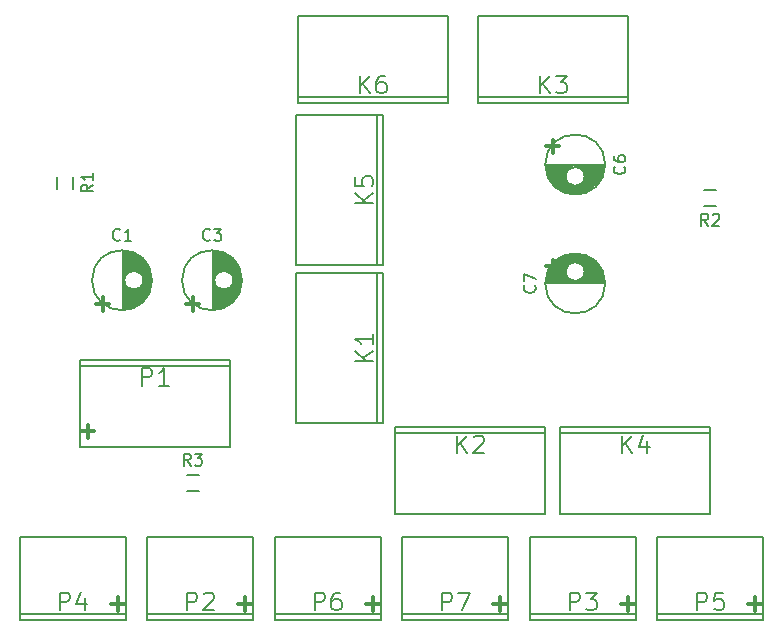
<source format=gbr>
G04 #@! TF.FileFunction,Legend,Top*
%FSLAX46Y46*%
G04 Gerber Fmt 4.6, Leading zero omitted, Abs format (unit mm)*
G04 Created by KiCad (PCBNEW (2015-05-27 BZR 5686)-product) date 2015年05月29日 星期五 17时45分10秒*
%MOMM*%
G01*
G04 APERTURE LIST*
%ADD10C,0.100000*%
%ADD11C,0.300000*%
%ADD12C,0.150000*%
G04 APERTURE END LIST*
D10*
D11*
X180403572Y-144887143D02*
X181546429Y-144887143D01*
X180975000Y-145458571D02*
X180975000Y-144315714D01*
X169608572Y-144887143D02*
X170751429Y-144887143D01*
X170180000Y-145458571D02*
X170180000Y-144315714D01*
X191198572Y-144887143D02*
X192341429Y-144887143D01*
X191770000Y-145458571D02*
X191770000Y-144315714D01*
X158813572Y-144887143D02*
X159956429Y-144887143D01*
X159385000Y-145458571D02*
X159385000Y-144315714D01*
X148018572Y-144887143D02*
X149161429Y-144887143D01*
X148590000Y-145458571D02*
X148590000Y-144315714D01*
X137223572Y-144887143D02*
X138366429Y-144887143D01*
X137795000Y-145458571D02*
X137795000Y-144315714D01*
X143573572Y-119487143D02*
X144716429Y-119487143D01*
X144145000Y-120058571D02*
X144145000Y-118915714D01*
X135953572Y-119487143D02*
X137096429Y-119487143D01*
X136525000Y-120058571D02*
X136525000Y-118915714D01*
X134683572Y-130282143D02*
X135826429Y-130282143D01*
X135255000Y-130853571D02*
X135255000Y-129710714D01*
X175196428Y-116312143D02*
X174053571Y-116312143D01*
X174625000Y-116883571D02*
X174625000Y-115740714D01*
X175196428Y-106152143D02*
X174053571Y-106152143D01*
X174625000Y-106723571D02*
X174625000Y-105580714D01*
D12*
X138235000Y-114976000D02*
X138235000Y-119974000D01*
X138375000Y-114984000D02*
X138375000Y-117321000D01*
X138375000Y-117629000D02*
X138375000Y-119966000D01*
X138515000Y-115000000D02*
X138515000Y-117002000D01*
X138515000Y-117948000D02*
X138515000Y-119950000D01*
X138655000Y-115024000D02*
X138655000Y-116855000D01*
X138655000Y-118095000D02*
X138655000Y-119926000D01*
X138795000Y-115057000D02*
X138795000Y-116763000D01*
X138795000Y-118187000D02*
X138795000Y-119893000D01*
X138935000Y-115098000D02*
X138935000Y-116707000D01*
X138935000Y-118243000D02*
X138935000Y-119852000D01*
X139075000Y-115148000D02*
X139075000Y-116680000D01*
X139075000Y-118270000D02*
X139075000Y-119802000D01*
X139215000Y-115209000D02*
X139215000Y-116677000D01*
X139215000Y-118273000D02*
X139215000Y-119741000D01*
X139355000Y-115279000D02*
X139355000Y-116699000D01*
X139355000Y-118251000D02*
X139355000Y-119671000D01*
X139495000Y-115361000D02*
X139495000Y-116749000D01*
X139495000Y-118201000D02*
X139495000Y-119589000D01*
X139635000Y-115456000D02*
X139635000Y-116831000D01*
X139635000Y-118119000D02*
X139635000Y-119494000D01*
X139775000Y-115567000D02*
X139775000Y-116963000D01*
X139775000Y-117987000D02*
X139775000Y-119383000D01*
X139915000Y-115695000D02*
X139915000Y-117210000D01*
X139915000Y-117740000D02*
X139915000Y-119255000D01*
X140055000Y-115844000D02*
X140055000Y-119106000D01*
X140195000Y-116023000D02*
X140195000Y-118927000D01*
X140335000Y-116242000D02*
X140335000Y-118708000D01*
X140475000Y-116531000D02*
X140475000Y-118419000D01*
X140615000Y-117003000D02*
X140615000Y-117947000D01*
X139960000Y-117475000D02*
G75*
G03X139960000Y-117475000I-800000J0D01*
G01*
X140697500Y-117475000D02*
G75*
G03X140697500Y-117475000I-2537500J0D01*
G01*
X145855000Y-114976000D02*
X145855000Y-119974000D01*
X145995000Y-114984000D02*
X145995000Y-117321000D01*
X145995000Y-117629000D02*
X145995000Y-119966000D01*
X146135000Y-115000000D02*
X146135000Y-117002000D01*
X146135000Y-117948000D02*
X146135000Y-119950000D01*
X146275000Y-115024000D02*
X146275000Y-116855000D01*
X146275000Y-118095000D02*
X146275000Y-119926000D01*
X146415000Y-115057000D02*
X146415000Y-116763000D01*
X146415000Y-118187000D02*
X146415000Y-119893000D01*
X146555000Y-115098000D02*
X146555000Y-116707000D01*
X146555000Y-118243000D02*
X146555000Y-119852000D01*
X146695000Y-115148000D02*
X146695000Y-116680000D01*
X146695000Y-118270000D02*
X146695000Y-119802000D01*
X146835000Y-115209000D02*
X146835000Y-116677000D01*
X146835000Y-118273000D02*
X146835000Y-119741000D01*
X146975000Y-115279000D02*
X146975000Y-116699000D01*
X146975000Y-118251000D02*
X146975000Y-119671000D01*
X147115000Y-115361000D02*
X147115000Y-116749000D01*
X147115000Y-118201000D02*
X147115000Y-119589000D01*
X147255000Y-115456000D02*
X147255000Y-116831000D01*
X147255000Y-118119000D02*
X147255000Y-119494000D01*
X147395000Y-115567000D02*
X147395000Y-116963000D01*
X147395000Y-117987000D02*
X147395000Y-119383000D01*
X147535000Y-115695000D02*
X147535000Y-117210000D01*
X147535000Y-117740000D02*
X147535000Y-119255000D01*
X147675000Y-115844000D02*
X147675000Y-119106000D01*
X147815000Y-116023000D02*
X147815000Y-118927000D01*
X147955000Y-116242000D02*
X147955000Y-118708000D01*
X148095000Y-116531000D02*
X148095000Y-118419000D01*
X148235000Y-117003000D02*
X148235000Y-117947000D01*
X147580000Y-117475000D02*
G75*
G03X147580000Y-117475000I-800000J0D01*
G01*
X148317500Y-117475000D02*
G75*
G03X148317500Y-117475000I-2537500J0D01*
G01*
X179029000Y-107755000D02*
X174031000Y-107755000D01*
X179021000Y-107895000D02*
X176684000Y-107895000D01*
X176376000Y-107895000D02*
X174039000Y-107895000D01*
X179005000Y-108035000D02*
X177003000Y-108035000D01*
X176057000Y-108035000D02*
X174055000Y-108035000D01*
X178981000Y-108175000D02*
X177150000Y-108175000D01*
X175910000Y-108175000D02*
X174079000Y-108175000D01*
X178948000Y-108315000D02*
X177242000Y-108315000D01*
X175818000Y-108315000D02*
X174112000Y-108315000D01*
X178907000Y-108455000D02*
X177298000Y-108455000D01*
X175762000Y-108455000D02*
X174153000Y-108455000D01*
X178857000Y-108595000D02*
X177325000Y-108595000D01*
X175735000Y-108595000D02*
X174203000Y-108595000D01*
X178796000Y-108735000D02*
X177328000Y-108735000D01*
X175732000Y-108735000D02*
X174264000Y-108735000D01*
X178726000Y-108875000D02*
X177306000Y-108875000D01*
X175754000Y-108875000D02*
X174334000Y-108875000D01*
X178644000Y-109015000D02*
X177256000Y-109015000D01*
X175804000Y-109015000D02*
X174416000Y-109015000D01*
X178549000Y-109155000D02*
X177174000Y-109155000D01*
X175886000Y-109155000D02*
X174511000Y-109155000D01*
X178438000Y-109295000D02*
X177042000Y-109295000D01*
X176018000Y-109295000D02*
X174622000Y-109295000D01*
X178310000Y-109435000D02*
X176795000Y-109435000D01*
X176265000Y-109435000D02*
X174750000Y-109435000D01*
X178161000Y-109575000D02*
X174899000Y-109575000D01*
X177982000Y-109715000D02*
X175078000Y-109715000D01*
X177763000Y-109855000D02*
X175297000Y-109855000D01*
X177474000Y-109995000D02*
X175586000Y-109995000D01*
X177002000Y-110135000D02*
X176058000Y-110135000D01*
X177330000Y-108680000D02*
G75*
G03X177330000Y-108680000I-800000J0D01*
G01*
X179067500Y-107680000D02*
G75*
G03X179067500Y-107680000I-2537500J0D01*
G01*
X174031000Y-117670000D02*
X179029000Y-117670000D01*
X174039000Y-117530000D02*
X176376000Y-117530000D01*
X176684000Y-117530000D02*
X179021000Y-117530000D01*
X174055000Y-117390000D02*
X176057000Y-117390000D01*
X177003000Y-117390000D02*
X179005000Y-117390000D01*
X174079000Y-117250000D02*
X175910000Y-117250000D01*
X177150000Y-117250000D02*
X178981000Y-117250000D01*
X174112000Y-117110000D02*
X175818000Y-117110000D01*
X177242000Y-117110000D02*
X178948000Y-117110000D01*
X174153000Y-116970000D02*
X175762000Y-116970000D01*
X177298000Y-116970000D02*
X178907000Y-116970000D01*
X174203000Y-116830000D02*
X175735000Y-116830000D01*
X177325000Y-116830000D02*
X178857000Y-116830000D01*
X174264000Y-116690000D02*
X175732000Y-116690000D01*
X177328000Y-116690000D02*
X178796000Y-116690000D01*
X174334000Y-116550000D02*
X175754000Y-116550000D01*
X177306000Y-116550000D02*
X178726000Y-116550000D01*
X174416000Y-116410000D02*
X175804000Y-116410000D01*
X177256000Y-116410000D02*
X178644000Y-116410000D01*
X174511000Y-116270000D02*
X175886000Y-116270000D01*
X177174000Y-116270000D02*
X178549000Y-116270000D01*
X174622000Y-116130000D02*
X176018000Y-116130000D01*
X177042000Y-116130000D02*
X178438000Y-116130000D01*
X174750000Y-115990000D02*
X176265000Y-115990000D01*
X176795000Y-115990000D02*
X178310000Y-115990000D01*
X174899000Y-115850000D02*
X178161000Y-115850000D01*
X175078000Y-115710000D02*
X177982000Y-115710000D01*
X175297000Y-115570000D02*
X177763000Y-115570000D01*
X175586000Y-115430000D02*
X177474000Y-115430000D01*
X176058000Y-115290000D02*
X177002000Y-115290000D01*
X177330000Y-116745000D02*
G75*
G03X177330000Y-116745000I-800000J0D01*
G01*
X179067500Y-117745000D02*
G75*
G03X179067500Y-117745000I-2537500J0D01*
G01*
X159766000Y-129540000D02*
X159766000Y-116840000D01*
X160274000Y-129540000D02*
X152908000Y-129540000D01*
X160274000Y-116840000D02*
X160274000Y-129540000D01*
X152908000Y-129540000D02*
X152908000Y-116840000D01*
X152908000Y-116840000D02*
X160274000Y-116840000D01*
X173990000Y-130429000D02*
X161290000Y-130429000D01*
X173990000Y-129921000D02*
X173990000Y-137287000D01*
X161290000Y-129921000D02*
X173990000Y-129921000D01*
X173990000Y-137287000D02*
X161290000Y-137287000D01*
X161290000Y-137287000D02*
X161290000Y-129921000D01*
X168275000Y-101981000D02*
X180975000Y-101981000D01*
X168275000Y-102489000D02*
X168275000Y-95123000D01*
X180975000Y-102489000D02*
X168275000Y-102489000D01*
X168275000Y-95123000D02*
X180975000Y-95123000D01*
X180975000Y-95123000D02*
X180975000Y-102489000D01*
X187960000Y-130429000D02*
X175260000Y-130429000D01*
X187960000Y-129921000D02*
X187960000Y-137287000D01*
X175260000Y-129921000D02*
X187960000Y-129921000D01*
X187960000Y-137287000D02*
X175260000Y-137287000D01*
X175260000Y-137287000D02*
X175260000Y-129921000D01*
X159766000Y-116205000D02*
X159766000Y-103505000D01*
X160274000Y-116205000D02*
X152908000Y-116205000D01*
X160274000Y-103505000D02*
X160274000Y-116205000D01*
X152908000Y-116205000D02*
X152908000Y-103505000D01*
X152908000Y-103505000D02*
X160274000Y-103505000D01*
X153035000Y-101981000D02*
X165735000Y-101981000D01*
X153035000Y-102489000D02*
X153035000Y-95123000D01*
X165735000Y-102489000D02*
X153035000Y-102489000D01*
X153035000Y-95123000D02*
X165735000Y-95123000D01*
X165735000Y-95123000D02*
X165735000Y-102489000D01*
X147320000Y-124714000D02*
X134620000Y-124714000D01*
X147320000Y-124206000D02*
X147320000Y-131572000D01*
X134620000Y-124206000D02*
X147320000Y-124206000D01*
X147320000Y-131572000D02*
X134620000Y-131572000D01*
X134620000Y-131572000D02*
X134620000Y-124206000D01*
X140280000Y-145740000D02*
X149280000Y-145740000D01*
X149280000Y-139240000D02*
X149280000Y-146240000D01*
X149280000Y-146240000D02*
X140280000Y-146240000D01*
X140280000Y-146240000D02*
X140280000Y-139240000D01*
X140280000Y-139240000D02*
X149280000Y-139240000D01*
X172665000Y-145740000D02*
X181665000Y-145740000D01*
X181665000Y-139240000D02*
X181665000Y-146240000D01*
X181665000Y-146240000D02*
X172665000Y-146240000D01*
X172665000Y-146240000D02*
X172665000Y-139240000D01*
X172665000Y-139240000D02*
X181665000Y-139240000D01*
X129485000Y-145740000D02*
X138485000Y-145740000D01*
X138485000Y-139240000D02*
X138485000Y-146240000D01*
X138485000Y-146240000D02*
X129485000Y-146240000D01*
X129485000Y-146240000D02*
X129485000Y-139240000D01*
X129485000Y-139240000D02*
X138485000Y-139240000D01*
X183460000Y-145740000D02*
X192460000Y-145740000D01*
X192460000Y-139240000D02*
X192460000Y-146240000D01*
X192460000Y-146240000D02*
X183460000Y-146240000D01*
X183460000Y-146240000D02*
X183460000Y-139240000D01*
X183460000Y-139240000D02*
X192460000Y-139240000D01*
X151075000Y-145740000D02*
X160075000Y-145740000D01*
X160075000Y-139240000D02*
X160075000Y-146240000D01*
X160075000Y-146240000D02*
X151075000Y-146240000D01*
X151075000Y-146240000D02*
X151075000Y-139240000D01*
X151075000Y-139240000D02*
X160075000Y-139240000D01*
X161870000Y-145740000D02*
X170870000Y-145740000D01*
X170870000Y-139240000D02*
X170870000Y-146240000D01*
X170870000Y-146240000D02*
X161870000Y-146240000D01*
X161870000Y-146240000D02*
X161870000Y-139240000D01*
X161870000Y-139240000D02*
X170870000Y-139240000D01*
X132675000Y-109720000D02*
X132675000Y-108720000D01*
X134025000Y-108720000D02*
X134025000Y-109720000D01*
X187460000Y-109815000D02*
X188460000Y-109815000D01*
X188460000Y-111165000D02*
X187460000Y-111165000D01*
X144645000Y-135295000D02*
X143645000Y-135295000D01*
X143645000Y-133945000D02*
X144645000Y-133945000D01*
X137993334Y-114032143D02*
X137945715Y-114079762D01*
X137802858Y-114127381D01*
X137707620Y-114127381D01*
X137564762Y-114079762D01*
X137469524Y-113984524D01*
X137421905Y-113889286D01*
X137374286Y-113698810D01*
X137374286Y-113555952D01*
X137421905Y-113365476D01*
X137469524Y-113270238D01*
X137564762Y-113175000D01*
X137707620Y-113127381D01*
X137802858Y-113127381D01*
X137945715Y-113175000D01*
X137993334Y-113222619D01*
X138945715Y-114127381D02*
X138374286Y-114127381D01*
X138660000Y-114127381D02*
X138660000Y-113127381D01*
X138564762Y-113270238D01*
X138469524Y-113365476D01*
X138374286Y-113413095D01*
X145613334Y-114032143D02*
X145565715Y-114079762D01*
X145422858Y-114127381D01*
X145327620Y-114127381D01*
X145184762Y-114079762D01*
X145089524Y-113984524D01*
X145041905Y-113889286D01*
X144994286Y-113698810D01*
X144994286Y-113555952D01*
X145041905Y-113365476D01*
X145089524Y-113270238D01*
X145184762Y-113175000D01*
X145327620Y-113127381D01*
X145422858Y-113127381D01*
X145565715Y-113175000D01*
X145613334Y-113222619D01*
X145946667Y-113127381D02*
X146565715Y-113127381D01*
X146232381Y-113508333D01*
X146375239Y-113508333D01*
X146470477Y-113555952D01*
X146518096Y-113603571D01*
X146565715Y-113698810D01*
X146565715Y-113936905D01*
X146518096Y-114032143D01*
X146470477Y-114079762D01*
X146375239Y-114127381D01*
X146089524Y-114127381D01*
X145994286Y-114079762D01*
X145946667Y-114032143D01*
X180687143Y-107846666D02*
X180734762Y-107894285D01*
X180782381Y-108037142D01*
X180782381Y-108132380D01*
X180734762Y-108275238D01*
X180639524Y-108370476D01*
X180544286Y-108418095D01*
X180353810Y-108465714D01*
X180210952Y-108465714D01*
X180020476Y-108418095D01*
X179925238Y-108370476D01*
X179830000Y-108275238D01*
X179782381Y-108132380D01*
X179782381Y-108037142D01*
X179830000Y-107894285D01*
X179877619Y-107846666D01*
X179782381Y-106989523D02*
X179782381Y-107180000D01*
X179830000Y-107275238D01*
X179877619Y-107322857D01*
X180020476Y-107418095D01*
X180210952Y-107465714D01*
X180591905Y-107465714D01*
X180687143Y-107418095D01*
X180734762Y-107370476D01*
X180782381Y-107275238D01*
X180782381Y-107084761D01*
X180734762Y-106989523D01*
X180687143Y-106941904D01*
X180591905Y-106894285D01*
X180353810Y-106894285D01*
X180258571Y-106941904D01*
X180210952Y-106989523D01*
X180163333Y-107084761D01*
X180163333Y-107275238D01*
X180210952Y-107370476D01*
X180258571Y-107418095D01*
X180353810Y-107465714D01*
X173087143Y-117911666D02*
X173134762Y-117959285D01*
X173182381Y-118102142D01*
X173182381Y-118197380D01*
X173134762Y-118340238D01*
X173039524Y-118435476D01*
X172944286Y-118483095D01*
X172753810Y-118530714D01*
X172610952Y-118530714D01*
X172420476Y-118483095D01*
X172325238Y-118435476D01*
X172230000Y-118340238D01*
X172182381Y-118197380D01*
X172182381Y-118102142D01*
X172230000Y-117959285D01*
X172277619Y-117911666D01*
X172182381Y-117578333D02*
X172182381Y-116911666D01*
X173182381Y-117340238D01*
X159428571Y-124297142D02*
X157928571Y-124297142D01*
X159428571Y-123439999D02*
X158571429Y-124082856D01*
X157928571Y-123439999D02*
X158785714Y-124297142D01*
X159428571Y-122011428D02*
X159428571Y-122868571D01*
X159428571Y-122439999D02*
X157928571Y-122439999D01*
X158142857Y-122582856D01*
X158285714Y-122725714D01*
X158357143Y-122868571D01*
X166532858Y-132123571D02*
X166532858Y-130623571D01*
X167390001Y-132123571D02*
X166747144Y-131266429D01*
X167390001Y-130623571D02*
X166532858Y-131480714D01*
X167961429Y-130766429D02*
X168032858Y-130695000D01*
X168175715Y-130623571D01*
X168532858Y-130623571D01*
X168675715Y-130695000D01*
X168747144Y-130766429D01*
X168818572Y-130909286D01*
X168818572Y-131052143D01*
X168747144Y-131266429D01*
X167890001Y-132123571D01*
X168818572Y-132123571D01*
X173517858Y-101643571D02*
X173517858Y-100143571D01*
X174375001Y-101643571D02*
X173732144Y-100786429D01*
X174375001Y-100143571D02*
X173517858Y-101000714D01*
X174875001Y-100143571D02*
X175803572Y-100143571D01*
X175303572Y-100715000D01*
X175517858Y-100715000D01*
X175660715Y-100786429D01*
X175732144Y-100857857D01*
X175803572Y-101000714D01*
X175803572Y-101357857D01*
X175732144Y-101500714D01*
X175660715Y-101572143D01*
X175517858Y-101643571D01*
X175089286Y-101643571D01*
X174946429Y-101572143D01*
X174875001Y-101500714D01*
X180502858Y-132123571D02*
X180502858Y-130623571D01*
X181360001Y-132123571D02*
X180717144Y-131266429D01*
X181360001Y-130623571D02*
X180502858Y-131480714D01*
X182645715Y-131123571D02*
X182645715Y-132123571D01*
X182288572Y-130552143D02*
X181931429Y-131623571D01*
X182860001Y-131623571D01*
X159428571Y-110962142D02*
X157928571Y-110962142D01*
X159428571Y-110104999D02*
X158571429Y-110747856D01*
X157928571Y-110104999D02*
X158785714Y-110962142D01*
X157928571Y-108747856D02*
X157928571Y-109462142D01*
X158642857Y-109533571D01*
X158571429Y-109462142D01*
X158500000Y-109319285D01*
X158500000Y-108962142D01*
X158571429Y-108819285D01*
X158642857Y-108747856D01*
X158785714Y-108676428D01*
X159142857Y-108676428D01*
X159285714Y-108747856D01*
X159357143Y-108819285D01*
X159428571Y-108962142D01*
X159428571Y-109319285D01*
X159357143Y-109462142D01*
X159285714Y-109533571D01*
X158277858Y-101643571D02*
X158277858Y-100143571D01*
X159135001Y-101643571D02*
X158492144Y-100786429D01*
X159135001Y-100143571D02*
X158277858Y-101000714D01*
X160420715Y-100143571D02*
X160135001Y-100143571D01*
X159992144Y-100215000D01*
X159920715Y-100286429D01*
X159777858Y-100500714D01*
X159706429Y-100786429D01*
X159706429Y-101357857D01*
X159777858Y-101500714D01*
X159849286Y-101572143D01*
X159992144Y-101643571D01*
X160277858Y-101643571D01*
X160420715Y-101572143D01*
X160492144Y-101500714D01*
X160563572Y-101357857D01*
X160563572Y-101000714D01*
X160492144Y-100857857D01*
X160420715Y-100786429D01*
X160277858Y-100715000D01*
X159992144Y-100715000D01*
X159849286Y-100786429D01*
X159777858Y-100857857D01*
X159706429Y-101000714D01*
X139862858Y-126408571D02*
X139862858Y-124908571D01*
X140434286Y-124908571D01*
X140577144Y-124980000D01*
X140648572Y-125051429D01*
X140720001Y-125194286D01*
X140720001Y-125408571D01*
X140648572Y-125551429D01*
X140577144Y-125622857D01*
X140434286Y-125694286D01*
X139862858Y-125694286D01*
X142148572Y-126408571D02*
X141291429Y-126408571D01*
X141720001Y-126408571D02*
X141720001Y-124908571D01*
X141577144Y-125122857D01*
X141434286Y-125265714D01*
X141291429Y-125337143D01*
X143672858Y-145418571D02*
X143672858Y-143918571D01*
X144244286Y-143918571D01*
X144387144Y-143990000D01*
X144458572Y-144061429D01*
X144530001Y-144204286D01*
X144530001Y-144418571D01*
X144458572Y-144561429D01*
X144387144Y-144632857D01*
X144244286Y-144704286D01*
X143672858Y-144704286D01*
X145101429Y-144061429D02*
X145172858Y-143990000D01*
X145315715Y-143918571D01*
X145672858Y-143918571D01*
X145815715Y-143990000D01*
X145887144Y-144061429D01*
X145958572Y-144204286D01*
X145958572Y-144347143D01*
X145887144Y-144561429D01*
X145030001Y-145418571D01*
X145958572Y-145418571D01*
X176057858Y-145418571D02*
X176057858Y-143918571D01*
X176629286Y-143918571D01*
X176772144Y-143990000D01*
X176843572Y-144061429D01*
X176915001Y-144204286D01*
X176915001Y-144418571D01*
X176843572Y-144561429D01*
X176772144Y-144632857D01*
X176629286Y-144704286D01*
X176057858Y-144704286D01*
X177415001Y-143918571D02*
X178343572Y-143918571D01*
X177843572Y-144490000D01*
X178057858Y-144490000D01*
X178200715Y-144561429D01*
X178272144Y-144632857D01*
X178343572Y-144775714D01*
X178343572Y-145132857D01*
X178272144Y-145275714D01*
X178200715Y-145347143D01*
X178057858Y-145418571D01*
X177629286Y-145418571D01*
X177486429Y-145347143D01*
X177415001Y-145275714D01*
X132877858Y-145418571D02*
X132877858Y-143918571D01*
X133449286Y-143918571D01*
X133592144Y-143990000D01*
X133663572Y-144061429D01*
X133735001Y-144204286D01*
X133735001Y-144418571D01*
X133663572Y-144561429D01*
X133592144Y-144632857D01*
X133449286Y-144704286D01*
X132877858Y-144704286D01*
X135020715Y-144418571D02*
X135020715Y-145418571D01*
X134663572Y-143847143D02*
X134306429Y-144918571D01*
X135235001Y-144918571D01*
X186852858Y-145418571D02*
X186852858Y-143918571D01*
X187424286Y-143918571D01*
X187567144Y-143990000D01*
X187638572Y-144061429D01*
X187710001Y-144204286D01*
X187710001Y-144418571D01*
X187638572Y-144561429D01*
X187567144Y-144632857D01*
X187424286Y-144704286D01*
X186852858Y-144704286D01*
X189067144Y-143918571D02*
X188352858Y-143918571D01*
X188281429Y-144632857D01*
X188352858Y-144561429D01*
X188495715Y-144490000D01*
X188852858Y-144490000D01*
X188995715Y-144561429D01*
X189067144Y-144632857D01*
X189138572Y-144775714D01*
X189138572Y-145132857D01*
X189067144Y-145275714D01*
X188995715Y-145347143D01*
X188852858Y-145418571D01*
X188495715Y-145418571D01*
X188352858Y-145347143D01*
X188281429Y-145275714D01*
X154467858Y-145418571D02*
X154467858Y-143918571D01*
X155039286Y-143918571D01*
X155182144Y-143990000D01*
X155253572Y-144061429D01*
X155325001Y-144204286D01*
X155325001Y-144418571D01*
X155253572Y-144561429D01*
X155182144Y-144632857D01*
X155039286Y-144704286D01*
X154467858Y-144704286D01*
X156610715Y-143918571D02*
X156325001Y-143918571D01*
X156182144Y-143990000D01*
X156110715Y-144061429D01*
X155967858Y-144275714D01*
X155896429Y-144561429D01*
X155896429Y-145132857D01*
X155967858Y-145275714D01*
X156039286Y-145347143D01*
X156182144Y-145418571D01*
X156467858Y-145418571D01*
X156610715Y-145347143D01*
X156682144Y-145275714D01*
X156753572Y-145132857D01*
X156753572Y-144775714D01*
X156682144Y-144632857D01*
X156610715Y-144561429D01*
X156467858Y-144490000D01*
X156182144Y-144490000D01*
X156039286Y-144561429D01*
X155967858Y-144632857D01*
X155896429Y-144775714D01*
X165262858Y-145418571D02*
X165262858Y-143918571D01*
X165834286Y-143918571D01*
X165977144Y-143990000D01*
X166048572Y-144061429D01*
X166120001Y-144204286D01*
X166120001Y-144418571D01*
X166048572Y-144561429D01*
X165977144Y-144632857D01*
X165834286Y-144704286D01*
X165262858Y-144704286D01*
X166620001Y-143918571D02*
X167620001Y-143918571D01*
X166977144Y-145418571D01*
X135702381Y-109386666D02*
X135226190Y-109720000D01*
X135702381Y-109958095D02*
X134702381Y-109958095D01*
X134702381Y-109577142D01*
X134750000Y-109481904D01*
X134797619Y-109434285D01*
X134892857Y-109386666D01*
X135035714Y-109386666D01*
X135130952Y-109434285D01*
X135178571Y-109481904D01*
X135226190Y-109577142D01*
X135226190Y-109958095D01*
X135702381Y-108434285D02*
X135702381Y-109005714D01*
X135702381Y-108720000D02*
X134702381Y-108720000D01*
X134845238Y-108815238D01*
X134940476Y-108910476D01*
X134988095Y-109005714D01*
X187793334Y-112842381D02*
X187460000Y-112366190D01*
X187221905Y-112842381D02*
X187221905Y-111842381D01*
X187602858Y-111842381D01*
X187698096Y-111890000D01*
X187745715Y-111937619D01*
X187793334Y-112032857D01*
X187793334Y-112175714D01*
X187745715Y-112270952D01*
X187698096Y-112318571D01*
X187602858Y-112366190D01*
X187221905Y-112366190D01*
X188174286Y-111937619D02*
X188221905Y-111890000D01*
X188317143Y-111842381D01*
X188555239Y-111842381D01*
X188650477Y-111890000D01*
X188698096Y-111937619D01*
X188745715Y-112032857D01*
X188745715Y-112128095D01*
X188698096Y-112270952D01*
X188126667Y-112842381D01*
X188745715Y-112842381D01*
X143978334Y-133172381D02*
X143645000Y-132696190D01*
X143406905Y-133172381D02*
X143406905Y-132172381D01*
X143787858Y-132172381D01*
X143883096Y-132220000D01*
X143930715Y-132267619D01*
X143978334Y-132362857D01*
X143978334Y-132505714D01*
X143930715Y-132600952D01*
X143883096Y-132648571D01*
X143787858Y-132696190D01*
X143406905Y-132696190D01*
X144311667Y-132172381D02*
X144930715Y-132172381D01*
X144597381Y-132553333D01*
X144740239Y-132553333D01*
X144835477Y-132600952D01*
X144883096Y-132648571D01*
X144930715Y-132743810D01*
X144930715Y-132981905D01*
X144883096Y-133077143D01*
X144835477Y-133124762D01*
X144740239Y-133172381D01*
X144454524Y-133172381D01*
X144359286Y-133124762D01*
X144311667Y-133077143D01*
M02*

</source>
